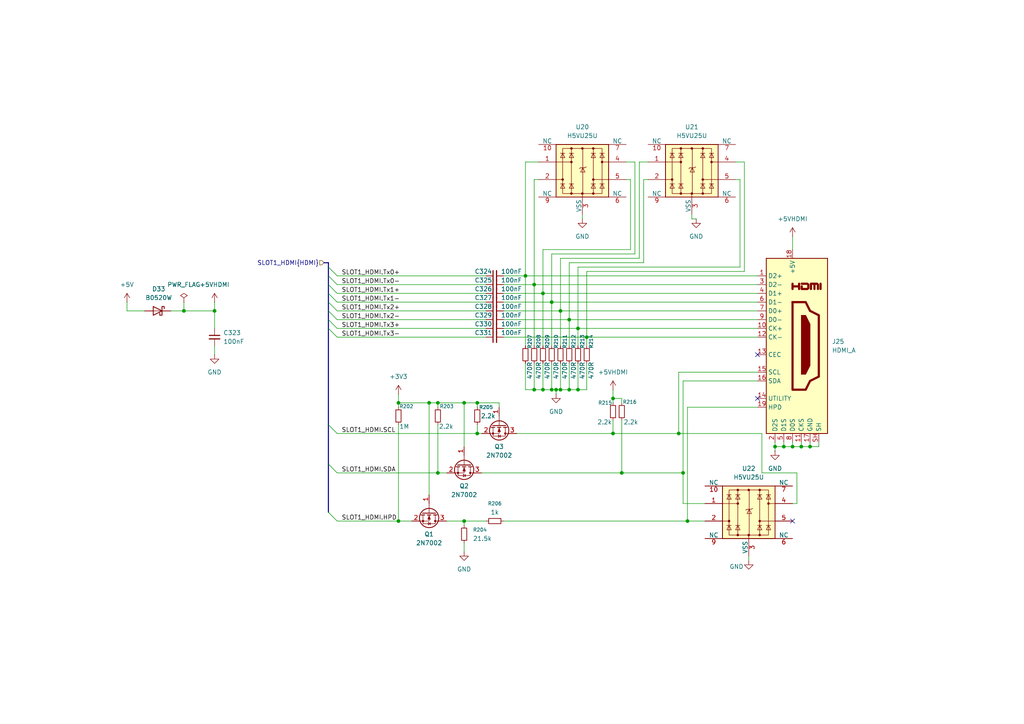
<source format=kicad_sch>
(kicad_sch (version 20250114) (generator "eeschema") (generator_version "9.0")
  (paper "A4")
  (lib_symbols
    (symbol "Connector:HDMI_A"
      (property "Reference" "J" (at -6.35 26.67 0))
      (property "Value" "HDMI_A" (at 10.16 26.67 0))
      (symbol "HDMI_A_0_0"
        (polyline (pts (xy 0 16.51) (xy 0 18.034) (xy 0 17.272) (xy 1.905 17.272) (xy 1.905 18.034) (xy 1.905 16.51)) (stroke (width 0.635)))
        (polyline (pts (xy 2.667 18.034) (xy 4.318 18.034) (xy 4.572 17.78) (xy 4.572 16.764) (xy 4.318 16.51) (xy 2.667 16.51) (xy 2.667 17.272)) (stroke (width 0.635)))
        (polyline (pts (xy 8.128 16.51) (xy 8.128 18.034)) (stroke (width 0.635)))
      )
      (symbol "HDMI_A_0_1"
        (rectangle (start -7.62 25.4) (end 10.16 -25.4) (stroke (width 0.254)) (fill (type background)))
        (polyline (pts (xy 0 12.7) (xy 0 -12.7) (xy 3.81 -12.7) (xy 5.08 -10.16) (xy 7.62 -8.89) (xy 7.62 8.89) (xy 5.08 10.16) (xy 3.81 12.7) (xy 0 12.7)) (stroke (width 0.635)))
        (polyline (pts (xy 2.54 8.89) (xy 3.81 8.89) (xy 5.08 6.35) (xy 5.08 -5.715) (xy 3.81 -8.255) (xy 2.54 -8.255) (xy 2.54 8.89)) (fill (type outline)))
        (polyline (pts (xy 5.334 16.51) (xy 5.334 18.034) (xy 6.35 18.034) (xy 6.35 16.51) (xy 6.35 18.034) (xy 7.112 18.034) (xy 7.366 17.78) (xy 7.366 16.51)) (stroke (width 0.635)))
      )
      (symbol "HDMI_A_1_1"
        (pin passive line (at -10.16 20.32 0) (length 2.54) (name "D2+") (number "1"))
        (pin passive line (at -10.16 17.78 0) (length 2.54) (name "D2-") (number "3"))
        (pin passive line (at -10.16 15.24 0) (length 2.54) (name "D1+") (number "4"))
        (pin passive line (at -10.16 12.7 0) (length 2.54) (name "D1-") (number "6"))
        (pin passive line (at -10.16 10.16 0) (length 2.54) (name "D0+") (number "7"))
        (pin passive line (at -10.16 7.62 0) (length 2.54) (name "D0-") (number "9"))
        (pin passive line (at -10.16 5.08 0) (length 2.54) (name "CK+") (number "10"))
        (pin passive line (at -10.16 2.54 0) (length 2.54) (name "CK-") (number "12"))
        (pin bidirectional line (at -10.16 -2.54 0) (length 2.54) (name "CEC") (number "13"))
        (pin passive line (at -10.16 -7.62 0) (length 2.54) (name "SCL") (number "15"))
        (pin bidirectional line (at -10.16 -10.16 0) (length 2.54) (name "SDA") (number "16"))
        (pin passive line (at -10.16 -15.24 0) (length 2.54) (name "UTILITY") (number "14"))
        (pin passive line (at -10.16 -17.78 0) (length 2.54) (name "HPD") (number "19"))
        (pin power_in line (at -5.08 -27.94 90) (length 2.54) (name "D2S") (number "2"))
        (pin power_in line (at -2.54 -27.94 90) (length 2.54) (name "D1S") (number "5"))
        (pin power_in line (at 0 27.94 270) (length 2.54) (name "+5V") (number "18"))
        (pin power_in line (at 0 -27.94 90) (length 2.54) (name "D0S") (number "8"))
        (pin power_in line (at 2.54 -27.94 90) (length 2.54) (name "CKS") (number "11"))
        (pin power_in line (at 5.08 -27.94 90) (length 2.54) (name "GND") (number "17"))
        (pin passive line (at 7.62 -27.94 90) (length 2.54) (name "SH") (number "SH"))
      )
    )
    (symbol "Device:C_Small" (pin_numbers (hide yes)) (pin_names (offset 0.254) (hide yes))
      (property "Reference" "C" (at 0.254 1.778 0))
      (property "Value" "C_Small" (at 0.254 -2.032 0))
      (symbol "C_Small_0_1"
        (polyline (pts (xy -1.524 0.508) (xy 1.524 0.508)) (stroke (width 0.3048)))
        (polyline (pts (xy -1.524 -0.508) (xy 1.524 -0.508)) (stroke (width 0.3302)))
      )
      (symbol "C_Small_1_1"
        (pin passive line (at 0 2.54 270) (length 2.032) (name "~") (number "1"))
        (pin passive line (at 0 -2.54 90) (length 2.032) (name "~") (number "2"))
      )
    )
    (symbol "Device:D_Schottky" (pin_numbers (hide yes)) (pin_names (offset 1.016) (hide yes))
      (property "Reference" "D" (at 0 2.54 0))
      (property "Value" "D_Schottky" (at 0 -2.54 0))
      (symbol "D_Schottky_0_1"
        (polyline (pts (xy -1.905 0.635) (xy -1.905 1.27) (xy -1.27 1.27) (xy -1.27 -1.27) (xy -0.635 -1.27) (xy -0.635 -0.635)) (stroke (width 0.254)))
        (polyline (pts (xy 1.27 1.27) (xy 1.27 -1.27) (xy -1.27 0) (xy 1.27 1.27)) (stroke (width 0.254)))
        (polyline (pts (xy 1.27 0) (xy -1.27 0)))
      )
      (symbol "D_Schottky_1_1"
        (pin passive line (at -3.81 0 0) (length 2.54) (name "K") (number "1"))
        (pin passive line (at 3.81 0 180) (length 2.54) (name "A") (number "2"))
      )
    )
    (symbol "Device:R_Small" (pin_numbers (hide yes)) (pin_names (offset 0.254) (hide yes))
      (property "Reference" "R" (at 0 0 90))
      (property "Value" "R_Small" (at 1.778 0 90))
      (symbol "R_Small_0_1"
        (rectangle (start -0.762 1.778) (end 0.762 -1.778) (stroke (width 0.2032)))
      )
      (symbol "R_Small_1_1"
        (pin passive line (at 0 2.54 270) (length 0.762) (name "~") (number "1"))
        (pin passive line (at 0 -2.54 90) (length 0.762) (name "~") (number "2"))
      )
    )
    (symbol "Power_Protection:D3V3XA4B10LP" (pin_names (offset 0))
      (property "Reference" "U" (at -0.635 8.89 0))
      (property "Value" "D3V3XA4B10LP" (at 8.89 -10.16 0))
      (symbol "D3V3XA4B10LP_0_0"
        (rectangle (start -5.715 6.477) (end 5.715 -6.604))
        (polyline (pts (xy -3.175 -6.604) (xy -3.175 6.477)))
        (polyline (pts (xy 0.127 6.477) (xy 0.127 -6.604)))
        (polyline (pts (xy 3.175 6.477) (xy 3.175 -6.604)))
      )
      (symbol "D3V3XA4B10LP_0_1"
        (polyline (pts (xy -7.747 2.54) (xy -3.175 2.54)))
        (rectangle (start -7.62 7.62) (end 7.62 -7.62) (stroke (width 0.254)) (fill (type background)))
        (polyline (pts (xy -7.62 -2.54) (xy -5.715 -2.54)))
        (circle (center -5.715 -2.54) (radius 0.2794) (fill (type outline)))
        (polyline (pts (xy -5.08 5.08) (xy -6.35 5.08)))
        (polyline (pts (xy -5.08 3.81) (xy -6.35 3.81) (xy -5.715 5.08) (xy -5.08 3.81)))
        (polyline (pts (xy -5.08 -3.81) (xy -6.35 -3.81)))
        (polyline (pts (xy -5.08 -5.08) (xy -6.35 -5.08) (xy -5.715 -3.81) (xy -5.08 -5.08)))
        (circle (center -3.175 6.477) (radius 0.2794) (fill (type outline)))
        (circle (center -3.175 2.54) (radius 0.2794) (fill (type outline)))
        (circle (center -3.175 -6.604) (radius 0.2794) (fill (type outline)))
        (polyline (pts (xy -2.54 5.08) (xy -3.81 5.08)))
        (polyline (pts (xy -2.54 3.81) (xy -3.81 3.81) (xy -3.175 5.08) (xy -2.54 3.81)))
        (polyline (pts (xy -2.54 -3.81) (xy -3.81 -3.81)))
        (polyline (pts (xy -2.54 -5.08) (xy -3.81 -5.08) (xy -3.175 -3.81) (xy -2.54 -5.08)))
        (polyline (pts (xy -0.508 0.889) (xy -0.889 0.635)))
        (circle (center 0 6.477) (radius 0.2794) (fill (type outline)))
        (polyline (pts (xy 0 -6.604) (xy 0 -7.62)))
        (circle (center 0 -6.604) (radius 0.2794) (fill (type outline)))
        (polyline (pts (xy 0.762 0.889) (xy -0.508 0.889)))
        (polyline (pts (xy 0.762 0.889) (xy 1.143 1.143)))
        (polyline (pts (xy 0.762 -0.381) (xy -0.508 -0.381) (xy 0.127 0.889) (xy 0.762 -0.381)))
        (circle (center 3.175 6.477) (radius 0.2794) (fill (type outline)))
        (circle (center 3.175 -2.54) (radius 0.2794) (fill (type outline)))
        (circle (center 3.175 -6.604) (radius 0.2794) (fill (type outline)))
        (polyline (pts (xy 3.81 5.08) (xy 2.54 5.08)))
        (polyline (pts (xy 3.81 3.81) (xy 2.54 3.81) (xy 3.175 5.08) (xy 3.81 3.81)))
        (polyline (pts (xy 3.81 -3.81) (xy 2.54 -3.81)))
        (polyline (pts (xy 3.81 -5.08) (xy 2.54 -5.08) (xy 3.175 -3.81) (xy 3.81 -5.08)))
        (circle (center 5.715 2.54) (radius 0.2794) (fill (type outline)))
        (polyline (pts (xy 6.35 5.08) (xy 5.08 5.08)))
        (polyline (pts (xy 6.35 3.81) (xy 5.08 3.81) (xy 5.715 5.08) (xy 6.35 3.81)))
        (polyline (pts (xy 6.35 -3.81) (xy 5.08 -3.81)))
        (polyline (pts (xy 6.35 -5.08) (xy 5.08 -5.08) (xy 5.715 -3.81) (xy 6.35 -5.08)))
        (polyline (pts (xy 7.62 2.54) (xy 5.715 2.54)))
        (polyline (pts (xy 7.62 -2.54) (xy 3.175 -2.54)))
      )
      (symbol "D3V3XA4B10LP_1_1"
        (pin free line (at -12.7 7.62 0) (length 5.08) (name "NC") (number "10"))
        (pin passive line (at -12.7 2.54 0) (length 5.08) (name "~") (number "1"))
        (pin passive line (at -12.7 -2.54 0) (length 5.08) (name "~") (number "2"))
        (pin free line (at -12.7 -7.62 0) (length 5.08) (name "NC") (number "9"))
        (pin power_in line (at 0 -12.7 90) (length 5.08) (name "VSS") (number "3"))
        (pin passive line (at 0 -12.7 90) (length 5.08) (hide yes) (name "VSS") (number "8"))
        (pin free line (at 12.7 7.62 180) (length 5.08) (name "NC") (number "7"))
        (pin passive line (at 12.7 2.54 180) (length 5.08) (name "~") (number "4"))
        (pin passive line (at 12.7 -2.54 180) (length 5.08) (name "~") (number "5"))
        (pin free line (at 12.7 -7.62 180) (length 5.08) (name "NC") (number "6"))
      )
    )
    (symbol "Transistor_FET:Q_NMOS_GSD" (pin_names (offset 0) (hide yes))
      (property "Reference" "Q" (at 5.08 1.905 0))
      (property "Value" "Q_NMOS_GSD" (at 5.08 0 0))
      (symbol "Q_NMOS_GSD_0_1"
        (polyline (pts (xy 0.254 1.905) (xy 0.254 -1.905)) (stroke (width 0.254)))
        (polyline (pts (xy 0.254 0) (xy -2.54 0)))
        (polyline (pts (xy 0.762 2.286) (xy 0.762 1.27)) (stroke (width 0.254)))
        (polyline (pts (xy 0.762 0.508) (xy 0.762 -0.508)) (stroke (width 0.254)))
        (polyline (pts (xy 0.762 -1.27) (xy 0.762 -2.286)) (stroke (width 0.254)))
        (polyline (pts (xy 0.762 -1.778) (xy 3.302 -1.778) (xy 3.302 1.778) (xy 0.762 1.778)))
        (polyline (pts (xy 1.016 0) (xy 2.032 0.381) (xy 2.032 -0.381) (xy 1.016 0)) (fill (type outline)))
        (circle (center 1.651 0) (radius 2.794) (stroke (width 0.254)))
        (polyline (pts (xy 2.54 2.54) (xy 2.54 1.778)))
        (circle (center 2.54 1.778) (radius 0.254) (fill (type outline)))
        (circle (center 2.54 -1.778) (radius 0.254) (fill (type outline)))
        (polyline (pts (xy 2.54 -2.54) (xy 2.54 0) (xy 0.762 0)))
        (polyline (pts (xy 2.921 0.381) (xy 3.683 0.381)))
        (polyline (pts (xy 3.302 0.381) (xy 2.921 -0.254) (xy 3.683 -0.254) (xy 3.302 0.381)))
      )
      (symbol "Q_NMOS_GSD_1_1"
        (pin input line (at -5.08 0 0) (length 2.54) (name "G") (number "1"))
        (pin passive line (at 2.54 5.08 270) (length 2.54) (name "D") (number "3"))
        (pin passive line (at 2.54 -5.08 90) (length 2.54) (name "S") (number "2"))
      )
    )
    (symbol "power:+3V3" (power) (pin_numbers (hide yes)) (pin_names (offset 0) (hide yes))
      (property "Value" "+3V3" (at 0 3.556 0))
      (symbol "+3V3_0_1"
        (polyline (pts (xy -0.762 1.27) (xy 0 2.54)))
        (polyline (pts (xy 0 2.54) (xy 0.762 1.27)))
        (polyline (pts (xy 0 0) (xy 0 2.54)))
      )
      (symbol "+3V3_1_1"
        (pin power_in line (at 0 0 90) (length 0) (name "~") (number "1"))
      )
    )
    (symbol "power:+5V" (power) (pin_numbers (hide yes)) (pin_names (offset 0) (hide yes))
      (property "Value" "+5V" (at 0 3.556 0))
      (symbol "+5V_0_1"
        (polyline (pts (xy -0.762 1.27) (xy 0 2.54)))
        (polyline (pts (xy 0 2.54) (xy 0.762 1.27)))
        (polyline (pts (xy 0 0) (xy 0 2.54)))
      )
      (symbol "+5V_1_1"
        (pin power_in line (at 0 0 90) (length 0) (name "~") (number "1"))
      )
    )
    (symbol "power:GND" (power) (pin_numbers (hide yes)) (pin_names (offset 0) (hide yes))
      (property "Value" "GND" (at 0 -3.81 0))
      (symbol "GND_0_1"
        (polyline (pts (xy 0 0) (xy 0 -1.27) (xy 1.27 -1.27) (xy 0 -2.54) (xy -1.27 -1.27) (xy 0 -1.27)))
      )
      (symbol "GND_1_1"
        (pin power_in line (at 0 0 270) (length 0) (name "~") (number "1"))
      )
    )
    (symbol "power:PWR_FLAG" (power) (pin_numbers (hide yes)) (pin_names (offset 0) (hide yes))
      (property "Value" "PWR_FLAG" (at 0 3.81 0))
      (symbol "PWR_FLAG_0_0"
        (pin power_out line (at 0 0 90) (length 0) (name "~") (number "1"))
      )
      (symbol "PWR_FLAG_0_1"
        (polyline (pts (xy 0 0) (xy 0 1.27) (xy -1.016 1.905) (xy 0 2.54) (xy 1.016 1.905) (xy 0 1.27)))
      )
    )
  )
  (bus_alias "PCIE" (members "Tx0+" "Tx0-" "Rx0+" "Rx0-" "Tx1+" "Tx1-" "Rx1+" "Rx1-" "Tx2+" "Tx2-" "Rx2+" "Rx2-" "Tx3+" "Tx3-" "Rx3+" "Rx3-" "REFCLK+" "REFCLK-" "~{WAKE}" "~{PLTRST}" "USB-D+" "USB-D-" "SUSCLK" "SMBDAT" "SMBCLK" "~{ISOLATE}"))
  (junction (at 157.48 113.03))
  (junction (at 160.02 113.03))
  (junction (at 165.1 92.71))
  (junction (at 162.56 113.03))
  (junction (at 165.1 113.03))
  (junction (at 162.56 90.17))
  (junction (at 177.8 115.57))
  (junction (at 127 116.84))
  (junction (at 53.34 90.17))
  (junction (at 62.23 90.17))
  (junction (at 170.18 97.79))
  (junction (at 229.87 129.54))
  (junction (at 234.95 129.54))
  (junction (at 167.64 113.03))
  (junction (at 198.12 137.16))
  (junction (at 127 137.16))
  (junction (at 115.57 116.84))
  (junction (at 134.62 151.13))
  (junction (at 160.02 87.63))
  (junction (at 161.29 113.03))
  (junction (at 232.41 129.54))
  (junction (at 115.57 151.13))
  (junction (at 157.48 85.09))
  (junction (at 154.94 82.55))
  (junction (at 227.33 129.54))
  (junction (at 138.43 116.84))
  (junction (at 167.64 95.25))
  (junction (at 138.43 125.73))
  (junction (at 134.62 116.84))
  (junction (at 180.34 137.16))
  (junction (at 152.4 80.01))
  (junction (at 196.85 125.73))
  (junction (at 177.8 125.73))
  (junction (at 124.46 116.84))
  (junction (at 154.94 113.03))
  (junction (at 224.79 129.54))
  (junction (at 199.39 151.13))
  (no_connect (at 219.71 102.87))
  (no_connect (at 229.87 151.13))
  (no_connect (at 219.71 115.57))
  (bus_entry (at 95.25 87.63) (size 2.54 2.54))
  (bus_entry (at 95.25 148.59) (size 2.54 2.54))
  (bus_entry (at 95.25 82.55) (size 2.54 2.54))
  (bus_entry (at 95.25 134.62) (size 2.54 2.54))
  (bus_entry (at 95.25 92.71) (size 2.54 2.54))
  (bus_entry (at 95.25 123.19) (size 2.54 2.54))
  (bus_entry (at 95.25 90.17) (size 2.54 2.54))
  (bus_entry (at 95.25 80.01) (size 2.54 2.54))
  (bus_entry (at 95.25 95.25) (size 2.54 2.54))
  (bus_entry (at 95.25 85.09) (size 2.54 2.54))
  (bus_entry (at 95.25 77.47) (size 2.54 2.54))
  (wire (pts (xy 165.1 76.2) (xy 165.1 92.71)))
  (wire (pts (xy 198.12 137.16) (xy 198.12 110.49)))
  (wire (pts (xy 200.66 62.23) (xy 200.66 63.5)))
  (wire (pts (xy 97.79 82.55) (xy 140.97 82.55)))
  (wire (pts (xy 196.85 125.73) (xy 196.85 107.95)))
  (wire (pts (xy 177.8 115.57) (xy 180.34 115.57)))
  (wire (pts (xy 162.56 74.93) (xy 162.56 90.17)))
  (wire (pts (xy 185.42 74.93) (xy 162.56 74.93)))
  (wire (pts (xy 224.79 128.27) (xy 224.79 129.54)))
  (wire (pts (xy 165.1 92.71) (xy 165.1 100.33)))
  (wire (pts (xy 115.57 151.13) (xy 119.38 151.13)))
  (wire (pts (xy 152.4 105.41) (xy 152.4 113.03)))
  (wire (pts (xy 129.54 151.13) (xy 134.62 151.13)))
  (wire (pts (xy 146.05 80.01) (xy 152.4 80.01)))
  (wire (pts (xy 62.23 90.17) (xy 62.23 87.63)))
  (wire (pts (xy 214.63 77.47) (xy 167.64 77.47)))
  (wire (pts (xy 200.66 63.5) (xy 201.93 63.5)))
  (wire (pts (xy 97.79 97.79) (xy 140.97 97.79)))
  (wire (pts (xy 182.88 52.07) (xy 182.88 72.39)))
  (bus (pts (xy 95.25 85.09) (xy 95.25 87.63)))
  (wire (pts (xy 167.64 95.25) (xy 219.71 95.25)))
  (wire (pts (xy 217.17 162.56) (xy 217.17 161.29)))
  (wire (pts (xy 220.98 137.16) (xy 231.14 137.16)))
  (wire (pts (xy 229.87 129.54) (xy 232.41 129.54)))
  (wire (pts (xy 180.34 137.16) (xy 198.12 137.16)))
  (bus (pts (xy 95.25 123.19) (xy 95.25 134.62)))
  (wire (pts (xy 229.87 129.54) (xy 229.87 128.27)))
  (wire (pts (xy 187.96 46.99) (xy 185.42 46.99)))
  (wire (pts (xy 198.12 110.49) (xy 219.71 110.49)))
  (wire (pts (xy 146.05 97.79) (xy 170.18 97.79)))
  (wire (pts (xy 177.8 113.03) (xy 177.8 115.57)))
  (wire (pts (xy 160.02 105.41) (xy 160.02 113.03)))
  (wire (pts (xy 165.1 92.71) (xy 219.71 92.71)))
  (wire (pts (xy 154.94 105.41) (xy 154.94 113.03)))
  (wire (pts (xy 181.61 52.07) (xy 182.88 52.07)))
  (wire (pts (xy 180.34 121.92) (xy 180.34 137.16)))
  (wire (pts (xy 170.18 113.03) (xy 167.64 113.03)))
  (wire (pts (xy 177.8 115.57) (xy 177.8 116.84)))
  (wire (pts (xy 97.79 137.16) (xy 127 137.16)))
  (wire (pts (xy 127 123.19) (xy 127 137.16)))
  (wire (pts (xy 196.85 107.95) (xy 219.71 107.95)))
  (wire (pts (xy 115.57 116.84) (xy 115.57 118.11)))
  (wire (pts (xy 165.1 113.03) (xy 162.56 113.03)))
  (wire (pts (xy 157.48 85.09) (xy 219.71 85.09)))
  (bus (pts (xy 93.98 76.2) (xy 95.25 76.2)))
  (wire (pts (xy 134.62 151.13) (xy 134.62 152.4)))
  (wire (pts (xy 182.88 72.39) (xy 157.48 72.39)))
  (wire (pts (xy 139.7 137.16) (xy 180.34 137.16)))
  (wire (pts (xy 180.34 115.57) (xy 180.34 116.84)))
  (wire (pts (xy 213.36 46.99) (xy 215.9 46.99)))
  (wire (pts (xy 146.05 87.63) (xy 160.02 87.63)))
  (bus (pts (xy 95.25 76.2) (xy 95.25 77.47)))
  (wire (pts (xy 152.4 113.03) (xy 154.94 113.03)))
  (wire (pts (xy 231.14 137.16) (xy 231.14 146.05)))
  (bus (pts (xy 95.25 92.71) (xy 95.25 95.25)))
  (wire (pts (xy 162.56 90.17) (xy 162.56 100.33)))
  (wire (pts (xy 198.12 137.16) (xy 198.12 146.05)))
  (wire (pts (xy 160.02 113.03) (xy 161.29 113.03)))
  (wire (pts (xy 134.62 157.48) (xy 134.62 160.02)))
  (wire (pts (xy 196.85 125.73) (xy 220.98 125.73)))
  (wire (pts (xy 160.02 87.63) (xy 160.02 100.33)))
  (wire (pts (xy 134.62 116.84) (xy 134.62 129.54)))
  (wire (pts (xy 152.4 46.99) (xy 152.4 80.01)))
  (wire (pts (xy 215.9 46.99) (xy 215.9 78.74)))
  (wire (pts (xy 199.39 118.11) (xy 219.71 118.11)))
  (wire (pts (xy 229.87 68.58) (xy 229.87 72.39)))
  (wire (pts (xy 184.15 46.99) (xy 184.15 73.66)))
  (wire (pts (xy 177.8 125.73) (xy 196.85 125.73)))
  (wire (pts (xy 157.48 113.03) (xy 160.02 113.03)))
  (wire (pts (xy 185.42 46.99) (xy 185.42 74.93)))
  (wire (pts (xy 53.34 90.17) (xy 62.23 90.17)))
  (wire (pts (xy 162.56 105.41) (xy 162.56 113.03)))
  (wire (pts (xy 184.15 73.66) (xy 160.02 73.66)))
  (wire (pts (xy 227.33 129.54) (xy 227.33 128.27)))
  (wire (pts (xy 199.39 151.13) (xy 199.39 118.11)))
  (wire (pts (xy 138.43 116.84) (xy 144.78 116.84)))
  (wire (pts (xy 134.62 151.13) (xy 140.97 151.13)))
  (wire (pts (xy 186.69 52.07) (xy 186.69 76.2)))
  (wire (pts (xy 170.18 105.41) (xy 170.18 113.03)))
  (wire (pts (xy 146.05 82.55) (xy 154.94 82.55)))
  (wire (pts (xy 124.46 116.84) (xy 127 116.84)))
  (wire (pts (xy 115.57 114.3) (xy 115.57 116.84)))
  (bus (pts (xy 95.25 82.55) (xy 95.25 85.09)))
  (wire (pts (xy 187.96 52.07) (xy 186.69 52.07)))
  (wire (pts (xy 138.43 125.73) (xy 139.7 125.73)))
  (wire (pts (xy 165.1 105.41) (xy 165.1 113.03)))
  (wire (pts (xy 157.48 72.39) (xy 157.48 85.09)))
  (wire (pts (xy 127 116.84) (xy 134.62 116.84)))
  (wire (pts (xy 115.57 123.19) (xy 115.57 151.13)))
  (wire (pts (xy 97.79 90.17) (xy 140.97 90.17)))
  (wire (pts (xy 154.94 113.03) (xy 157.48 113.03)))
  (wire (pts (xy 170.18 97.79) (xy 219.71 97.79)))
  (wire (pts (xy 138.43 116.84) (xy 138.43 118.11)))
  (wire (pts (xy 167.64 95.25) (xy 167.64 100.33)))
  (wire (pts (xy 62.23 100.33) (xy 62.23 102.87)))
  (bus (pts (xy 95.25 77.47) (xy 95.25 80.01)))
  (wire (pts (xy 232.41 129.54) (xy 234.95 129.54)))
  (wire (pts (xy 168.91 62.23) (xy 168.91 63.5)))
  (wire (pts (xy 161.29 113.03) (xy 161.29 114.3)))
  (wire (pts (xy 115.57 116.84) (xy 124.46 116.84)))
  (wire (pts (xy 53.34 87.63) (xy 53.34 90.17)))
  (wire (pts (xy 199.39 151.13) (xy 204.47 151.13)))
  (wire (pts (xy 97.79 85.09) (xy 140.97 85.09)))
  (wire (pts (xy 97.79 92.71) (xy 140.97 92.71)))
  (wire (pts (xy 154.94 52.07) (xy 154.94 82.55)))
  (wire (pts (xy 162.56 113.03) (xy 161.29 113.03)))
  (wire (pts (xy 170.18 78.74) (xy 170.18 97.79)))
  (wire (pts (xy 146.05 95.25) (xy 167.64 95.25)))
  (bus (pts (xy 95.25 95.25) (xy 95.25 123.19)))
  (wire (pts (xy 149.86 125.73) (xy 177.8 125.73)))
  (wire (pts (xy 146.05 90.17) (xy 162.56 90.17)))
  (wire (pts (xy 144.78 116.84) (xy 144.78 118.11)))
  (wire (pts (xy 154.94 82.55) (xy 219.71 82.55)))
  (wire (pts (xy 124.46 116.84) (xy 124.46 143.51)))
  (wire (pts (xy 152.4 80.01) (xy 219.71 80.01)))
  (wire (pts (xy 146.05 85.09) (xy 157.48 85.09)))
  (wire (pts (xy 234.95 129.54) (xy 234.95 128.27)))
  (wire (pts (xy 138.43 123.19) (xy 138.43 125.73)))
  (wire (pts (xy 170.18 97.79) (xy 170.18 100.33)))
  (wire (pts (xy 234.95 129.54) (xy 237.49 129.54)))
  (wire (pts (xy 167.64 113.03) (xy 165.1 113.03)))
  (wire (pts (xy 231.14 146.05) (xy 229.87 146.05)))
  (wire (pts (xy 220.98 125.73) (xy 220.98 137.16)))
  (wire (pts (xy 157.48 85.09) (xy 157.48 100.33)))
  (wire (pts (xy 97.79 80.01) (xy 140.97 80.01)))
  (wire (pts (xy 62.23 90.17) (xy 62.23 95.25)))
  (wire (pts (xy 97.79 125.73) (xy 138.43 125.73)))
  (wire (pts (xy 162.56 90.17) (xy 219.71 90.17)))
  (wire (pts (xy 224.79 129.54) (xy 227.33 129.54)))
  (wire (pts (xy 157.48 105.41) (xy 157.48 113.03)))
  (wire (pts (xy 227.33 129.54) (xy 229.87 129.54)))
  (wire (pts (xy 160.02 87.63) (xy 219.71 87.63)))
  (wire (pts (xy 146.05 151.13) (xy 199.39 151.13)))
  (wire (pts (xy 156.21 52.07) (xy 154.94 52.07)))
  (wire (pts (xy 224.79 129.54) (xy 224.79 130.81)))
  (wire (pts (xy 127 137.16) (xy 129.54 137.16)))
  (bus (pts (xy 95.25 80.01) (xy 95.25 82.55)))
  (wire (pts (xy 156.21 46.99) (xy 152.4 46.99)))
  (wire (pts (xy 97.79 87.63) (xy 140.97 87.63)))
  (wire (pts (xy 181.61 46.99) (xy 184.15 46.99)))
  (wire (pts (xy 127 116.84) (xy 127 118.11)))
  (bus (pts (xy 95.25 134.62) (xy 95.25 148.59)))
  (wire (pts (xy 214.63 52.07) (xy 214.63 77.47)))
  (wire (pts (xy 152.4 80.01) (xy 152.4 100.33)))
  (wire (pts (xy 146.05 92.71) (xy 165.1 92.71)))
  (wire (pts (xy 198.12 146.05) (xy 204.47 146.05)))
  (wire (pts (xy 232.41 129.54) (xy 232.41 128.27)))
  (wire (pts (xy 177.8 121.92) (xy 177.8 125.73)))
  (wire (pts (xy 167.64 105.41) (xy 167.64 113.03)))
  (wire (pts (xy 97.79 95.25) (xy 140.97 95.25)))
  (wire (pts (xy 167.64 77.47) (xy 167.64 95.25)))
  (wire (pts (xy 49.53 90.17) (xy 53.34 90.17)))
  (wire (pts (xy 213.36 52.07) (xy 214.63 52.07)))
  (wire (pts (xy 186.69 76.2) (xy 165.1 76.2)))
  (wire (pts (xy 237.49 129.54) (xy 237.49 128.27)))
  (wire (pts (xy 215.9 78.74) (xy 170.18 78.74)))
  (wire (pts (xy 97.79 151.13) (xy 115.57 151.13)))
  (wire (pts (xy 160.02 73.66) (xy 160.02 87.63)))
  (bus (pts (xy 95.25 90.17) (xy 95.25 92.71)))
  (wire (pts (xy 134.62 116.84) (xy 138.43 116.84)))
  (wire (pts (xy 154.94 82.55) (xy 154.94 100.33)))
  (wire (pts (xy 36.83 90.17) (xy 41.91 90.17)))
  (wire (pts (xy 36.83 87.63) (xy 36.83 90.17)))
  (bus (pts (xy 95.25 87.63) (xy 95.25 90.17)))
  (label "SLOT1_HDMI.Tx1-" (at 99.06 87.63 0))
  (label "SLOT1_HDMI.Tx3+" (at 99.06 95.25 0))
  (label "SLOT1_HDMI.Tx0+" (at 99.06 80.01 0))
  (label "SLOT1_HDMI.SDA" (at 99.06 137.16 0))
  (label "SLOT1_HDMI.Tx2-" (at 99.06 92.71 0))
  (label "SLOT1_HDMI.Tx1+" (at 99.06 85.09 0))
  (label "SLOT1_HDMI.Tx0-" (at 99.06 82.55 0))
  (label "SLOT1_HDMI.Tx3-" (at 99.06 97.79 0))
  (label "SLOT1_HDMI.HPD" (at 99.06 151.13 0))
  (label "SLOT1_HDMI.SCL" (at 99.06 125.73 0))
  (label "SLOT1_HDMI.Tx2+" (at 99.06 90.17 0))
  (hierarchical_label "SLOT1_HDMI{HDMI}" (shape input) (at 93.98 76.2 180))
  (symbol (lib_id "Device:R_Small") (at 160.02 102.87 0) (unit 1)
    (property "Reference" "R210" (at 161.29 101.092 90) (effects (font (size 1.016 1.016)) (justify left)))
    (property "Value" "470R" (at 161.29 104.902 90) (effects (justify right)))
    (property "Description" "Resistor, small symbol" (effects (hide yes)))
  )
  (symbol (lib_id "Transistor_FET:Q_NMOS_GSD") (at 134.62 134.62 270) (unit 1)
    (property "Reference" "Q2" (at 134.62 140.97 90))
    (property "Value" "2N7002" (at 134.62 143.51 90))
    (property "Description" "N-MOSFET transistor, gate/source/drain" (effects (hide yes)))
  )
  (symbol (lib_id "Device:R_Small") (at 143.51 151.13 90) (unit 1)
    (property "Reference" "R206" (at 143.51 146.05 90) (effects (font (size 1.016 1.016))))
    (property "Value" "1k" (at 143.51 148.59 90))
    (property "Description" "Resistor, small symbol" (effects (hide yes)))
  )
  (symbol (lib_id "Device:C_Small") (at 143.51 85.09 90) (unit 1)
    (property "Reference" "C326" (at 140.208 83.82 90))
    (property "Value" "100nF" (at 148.336 83.82 90))
    (property "Footprint" "Capacitor_SMD:C_0402_1005Metric" (effects (hide yes)))
    (property "Description" "Unpolarized capacitor, small symbol" (effects (hide yes)))
  )
  (symbol (lib_id "Device:R_Small") (at 115.57 120.65 0) (unit 1)
    (property "Reference" "R202" (at 115.824 117.856 0) (effects (font (size 1.016 1.016)) (justify left)))
    (property "Value" "1M" (at 115.824 123.698 0) (effects (justify left)))
    (property "Description" "Resistor, small symbol" (effects (hide yes)))
  )
  (symbol (lib_id "Connector:HDMI_A") (at 229.87 100.33 0) (unit 1)
    (property "Reference" "J25" (at 241.3 99.0599 0) (effects (justify left)))
    (property "Value" "HDMI_A" (at 241.3 101.5999 0) (effects (justify left)))
    (property "Datasheet" "https://en.wikipedia.org/wiki/HDMI" (effects (hide yes)))
    (property "Description" "HDMI type A connector" (effects (hide yes)))
  )
  (symbol (lib_id "power:+3V3") (at 115.57 114.3 0) (unit 1)
    (property "Reference" "#PWR0288" (effects (hide yes)))
    (property "Value" "+3V3" (at 115.57 109.22 0))
    (property "Description" "Power symbol creates a global label with name \"+3V3\"" (effects (hide yes)))
  )
  (symbol (lib_id "Device:C_Small") (at 143.51 80.01 90) (unit 1)
    (property "Reference" "C324" (at 140.208 78.74 90))
    (property "Value" "100nF" (at 148.336 78.74 90))
    (property "Footprint" "Capacitor_SMD:C_0402_1005Metric" (effects (hide yes)))
    (property "Description" "Unpolarized capacitor, small symbol" (effects (hide yes)))
  )
  (symbol (lib_id "Device:R_Small") (at 138.43 120.65 0) (mirror y) (unit 1)
    (property "Reference" "R205" (at 138.938 118.11 0) (effects (font (size 1.016 1.016)) (justify right)))
    (property "Value" "2.2k" (at 139.446 120.65 0) (effects (justify right)))
    (property "Description" "Resistor, small symbol" (effects (hide yes)))
  )
  (symbol (lib_id "Device:D_Schottky") (at 45.72 90.17 0) (mirror y) (unit 1)
    (property "Reference" "D33" (at 46.0375 83.82 0))
    (property "Value" "B0520W" (at 46.0375 86.36 0))
    (property "Description" "Schottky diode" (effects (hide yes)))
  )
  (symbol (lib_id "Device:C_Small") (at 143.51 90.17 90) (unit 1)
    (property "Reference" "C328" (at 140.208 88.9 90))
    (property "Value" "100nF" (at 148.336 88.9 90))
    (property "Footprint" "Capacitor_SMD:C_0402_1005Metric" (effects (hide yes)))
    (property "Description" "Unpolarized capacitor, small symbol" (effects (hide yes)))
  )
  (symbol (lib_id "Device:C_Small") (at 143.51 82.55 90) (unit 1)
    (property "Reference" "C325" (at 140.208 81.28 90))
    (property "Value" "100nF" (at 148.336 81.28 90))
    (property "Footprint" "Capacitor_SMD:C_0402_1005Metric" (effects (hide yes)))
    (property "Description" "Unpolarized capacitor, small symbol" (effects (hide yes)))
  )
  (symbol (lib_id "Device:C_Small") (at 143.51 87.63 90) (unit 1)
    (property "Reference" "C327" (at 140.208 86.36 90))
    (property "Value" "100nF" (at 148.336 86.36 90))
    (property "Footprint" "Capacitor_SMD:C_0402_1005Metric" (effects (hide yes)))
    (property "Description" "Unpolarized capacitor, small symbol" (effects (hide yes)))
  )
  (symbol (lib_id "power:+5V") (at 229.87 68.58 0) (unit 1)
    (property "Reference" "#PWR0293" (effects (hide yes)))
    (property "Value" "+5VHDMI" (at 229.87 63.5 0))
    (property "Description" "Power symbol creates a global label with name \"+5V\"" (effects (hide yes)))
  )
  (symbol (lib_id "power:PWR_FLAG") (at 53.34 87.63 0) (unit 1)
    (property "Reference" "#FLG015" (effects (hide yes)))
    (property "Value" "PWR_FLAG" (at 53.34 82.55 0))
    (property "Description" "Special symbol for telling ERC where power comes from" (effects (hide yes)))
  )
  (symbol (lib_id "Transistor_FET:Q_NMOS_GSD") (at 144.78 123.19 270) (unit 1)
    (property "Reference" "Q3" (at 144.78 129.54 90))
    (property "Value" "2N7002" (at 144.78 132.08 90))
    (property "Description" "N-MOSFET transistor, gate/source/drain" (effects (hide yes)))
  )
  (symbol (lib_id "power:+5V") (at 177.8 113.03 0) (unit 1)
    (property "Reference" "#PWR0291" (effects (hide yes)))
    (property "Value" "+5VHDMI" (at 177.8 107.95 0))
    (property "Description" "Power symbol creates a global label with name \"+5V\"" (effects (hide yes)))
  )
  (symbol (lib_id "power:GND") (at 201.93 63.5 0) (unit 1)
    (property "Reference" "#PWR0317" (effects (hide yes)))
    (property "Value" "GND" (at 201.93 68.58 0))
    (property "Description" "Power symbol creates a global label with name \"GND\" , ground" (effects (hide yes)))
  )
  (symbol (lib_id "Device:R_Small") (at 162.56 102.87 0) (unit 1)
    (property "Reference" "R211" (at 163.83 101.092 90) (effects (font (size 1.016 1.016)) (justify left)))
    (property "Value" "470R" (at 163.83 104.902 90) (effects (justify right)))
    (property "Description" "Resistor, small symbol" (effects (hide yes)))
  )
  (symbol (lib_id "Device:R_Small") (at 152.4 102.87 0) (unit 1)
    (property "Reference" "R207" (at 153.67 101.092 90) (effects (font (size 1.016 1.016)) (justify left)))
    (property "Value" "470R" (at 153.67 104.902 90) (effects (justify right)))
    (property "Description" "Resistor, small symbol" (effects (hide yes)))
  )
  (symbol (lib_id "Device:R_Small") (at 170.18 102.87 0) (unit 1)
    (property "Reference" "R214" (at 171.45 101.092 90) (effects (font (size 1.016 1.016)) (justify left)))
    (property "Value" "470R" (at 171.45 104.902 90) (effects (justify right)))
    (property "Description" "Resistor, small symbol" (effects (hide yes)))
  )
  (symbol (lib_id "Device:R_Small") (at 134.62 154.94 0) (unit 1)
    (property "Reference" "R204" (at 137.16 153.6699 0) (effects (font (size 1.016 1.016)) (justify left)))
    (property "Value" "21.5k" (at 137.16 156.2099 0) (effects (justify left)))
    (property "Description" "Resistor, small symbol" (effects (hide yes)))
  )
  (symbol (lib_id "power:GND") (at 161.29 114.3 0) (unit 1)
    (property "Reference" "#PWR0290" (effects (hide yes)))
    (property "Value" "GND" (at 161.29 119.38 0))
    (property "Description" "Power symbol creates a global label with name \"GND\" , ground" (effects (hide yes)))
  )
  (symbol (lib_id "Transistor_FET:Q_NMOS_GSD") (at 124.46 148.59 270) (unit 1)
    (property "Reference" "Q1" (at 124.46 154.94 90))
    (property "Value" "2N7002" (at 124.46 157.48 90))
    (property "Description" "N-MOSFET transistor, gate/source/drain" (effects (hide yes)))
  )
  (symbol (lib_id "Power_Protection:D3V3XA4B10LP") (at 217.17 148.59 0) (unit 1)
    (property "Reference" "U22" (at 217.17 135.89 0))
    (property "Value" "H5VU25U" (at 217.17 138.43 0))
    (property "Footprint" "Package_DFN_QFN:Diodes_UDFN-10_1.0x2.5mm_P0.5mm" (effects (hide yes)))
    (property "Datasheet" "https://www.diodes.com/assets/Datasheets/D3V3XA4B10LP.pdf" (effects (hide yes)))
    (property "Description" "4-Channel Low Capacitance TVS Diode Array, DFN-10" (effects (hide yes)))
  )
  (symbol (lib_id "Device:C_Small") (at 62.23 97.79 0) (unit 1)
    (property "Reference" "C323" (at 64.77 96.5262 0) (effects (justify left)))
    (property "Value" "100nF" (at 64.77 99.0662 0) (effects (justify left)))
    (property "Footprint" "Capacitor_SMD:C_0402_1005Metric" (effects (hide yes)))
    (property "Description" "Unpolarized capacitor, small symbol" (effects (hide yes)))
  )
  (symbol (lib_id "Power_Protection:D3V3XA4B10LP") (at 168.91 49.53 0) (unit 1)
    (property "Reference" "U20" (at 168.91 36.83 0))
    (property "Value" "H5VU25U" (at 168.91 39.37 0))
    (property "Footprint" "Package_DFN_QFN:Diodes_UDFN-10_1.0x2.5mm_P0.5mm" (effects (hide yes)))
    (property "Datasheet" "https://www.diodes.com/assets/Datasheets/D3V3XA4B10LP.pdf" (effects (hide yes)))
    (property "Description" "4-Channel Low Capacitance TVS Diode Array, DFN-10" (effects (hide yes)))
  )
  (symbol (lib_id "Device:R_Small") (at 167.64 102.87 0) (unit 1)
    (property "Reference" "R213" (at 168.91 101.092 90) (effects (font (size 1.016 1.016)) (justify left)))
    (property "Value" "470R" (at 168.91 104.902 90) (effects (justify right)))
    (property "Description" "Resistor, small symbol" (effects (hide yes)))
  )
  (symbol (lib_id "Device:R_Small") (at 154.94 102.87 0) (unit 1)
    (property "Reference" "R208" (at 156.21 101.092 90) (effects (font (size 1.016 1.016)) (justify left)))
    (property "Value" "470R" (at 156.21 104.902 90) (effects (justify right)))
    (property "Description" "Resistor, small symbol" (effects (hide yes)))
  )
  (symbol (lib_id "Power_Protection:D3V3XA4B10LP") (at 200.66 49.53 0) (unit 1)
    (property "Reference" "U21" (at 200.66 36.83 0))
    (property "Value" "H5VU25U" (at 200.66 39.37 0))
    (property "Footprint" "Package_DFN_QFN:Diodes_UDFN-10_1.0x2.5mm_P0.5mm" (effects (hide yes)))
    (property "Datasheet" "https://www.diodes.com/assets/Datasheets/D3V3XA4B10LP.pdf" (effects (hide yes)))
    (property "Description" "4-Channel Low Capacitance TVS Diode Array, DFN-10" (effects (hide yes)))
  )
  (symbol (lib_id "Device:C_Small") (at 143.51 92.71 90) (unit 1)
    (property "Reference" "C329" (at 140.208 91.44 90))
    (property "Value" "100nF" (at 148.336 91.44 90))
    (property "Footprint" "Capacitor_SMD:C_0402_1005Metric" (effects (hide yes)))
    (property "Description" "Unpolarized capacitor, small symbol" (effects (hide yes)))
  )
  (symbol (lib_id "power:GND") (at 217.17 162.56 0) (unit 1)
    (property "Reference" "#PWR0318" (effects (hide yes)))
    (property "Value" "GND" (at 213.614 164.338 0))
    (property "Description" "Power symbol creates a global label with name \"GND\" , ground" (effects (hide yes)))
  )
  (symbol (lib_id "power:GND") (at 134.62 160.02 0) (unit 1)
    (property "Reference" "#PWR0289" (effects (hide yes)))
    (property "Value" "GND" (at 134.62 165.1 0))
    (property "Description" "Power symbol creates a global label with name \"GND\" , ground" (effects (hide yes)))
  )
  (symbol (lib_id "Device:R_Small") (at 157.48 102.87 0) (unit 1)
    (property "Reference" "R209" (at 158.75 101.092 90) (effects (font (size 1.016 1.016)) (justify left)))
    (property "Value" "470R" (at 158.75 104.902 90) (effects (justify right)))
    (property "Description" "Resistor, small symbol" (effects (hide yes)))
  )
  (symbol (lib_id "power:GND") (at 62.23 102.87 0) (unit 1)
    (property "Reference" "#PWR0287" (effects (hide yes)))
    (property "Value" "GND" (at 62.23 107.95 0))
    (property "Description" "Power symbol creates a global label with name \"GND\" , ground" (effects (hide yes)))
  )
  (symbol (lib_id "Device:C_Small") (at 143.51 95.25 90) (unit 1)
    (property "Reference" "C330" (at 140.208 93.98 90))
    (property "Value" "100nF" (at 148.336 93.98 90))
    (property "Footprint" "Capacitor_SMD:C_0402_1005Metric" (effects (hide yes)))
    (property "Description" "Unpolarized capacitor, small symbol" (effects (hide yes)))
  )
  (symbol (lib_id "power:GND") (at 224.79 130.81 0) (unit 1)
    (property "Reference" "#PWR0292" (effects (hide yes)))
    (property "Value" "GND" (at 224.79 135.89 0))
    (property "Description" "Power symbol creates a global label with name \"GND\" , ground" (effects (hide yes)))
  )
  (symbol (lib_id "power:GND") (at 168.91 63.5 0) (unit 1)
    (property "Reference" "#PWR0316" (effects (hide yes)))
    (property "Value" "GND" (at 168.91 68.58 0))
    (property "Description" "Power symbol creates a global label with name \"GND\" , ground" (effects (hide yes)))
  )
  (symbol (lib_id "power:+5V") (at 62.23 87.63 0) (unit 1)
    (property "Reference" "#PWR0286" (effects (hide yes)))
    (property "Value" "+5VHDMI" (at 62.23 82.55 0))
    (property "Description" "Power symbol creates a global label with name \"+5V\"" (effects (hide yes)))
  )
  (symbol (lib_id "power:+5V") (at 36.83 87.63 0) (unit 1)
    (property "Reference" "#PWR0285" (effects (hide yes)))
    (property "Value" "+5V" (at 36.83 82.55 0))
    (property "Description" "Power symbol creates a global label with name \"+5V\"" (effects (hide yes)))
  )
  (symbol (lib_id "Device:R_Small") (at 127 120.65 0) (unit 1)
    (property "Reference" "R203" (at 127.508 117.856 0) (effects (font (size 1.016 1.016)) (justify left)))
    (property "Value" "2.2k" (at 127.254 123.698 0) (effects (justify left)))
    (property "Description" "Resistor, small symbol" (effects (hide yes)))
  )
  (symbol (lib_id "Device:R_Small") (at 177.8 119.38 0) (unit 1)
    (property "Reference" "R215" (at 173.482 116.84 0) (effects (font (size 1.016 1.016)) (justify left)))
    (property "Value" "2.2k" (at 173.228 122.428 0) (effects (justify left)))
    (property "Description" "Resistor, small symbol" (effects (hide yes)))
  )
  (symbol (lib_id "Device:R_Small") (at 180.34 119.38 0) (unit 1)
    (property "Reference" "R216" (at 180.594 116.586 0) (effects (font (size 1.016 1.016)) (justify left)))
    (property "Value" "2.2k" (at 180.848 122.428 0) (effects (justify left)))
    (property "Description" "Resistor, small symbol" (effects (hide yes)))
  )
  (symbol (lib_id "Device:R_Small") (at 165.1 102.87 0) (unit 1)
    (property "Reference" "R212" (at 166.37 101.092 90) (effects (font (size 1.016 1.016)) (justify left)))
    (property "Value" "470R" (at 166.37 104.902 90) (effects (justify right)))
    (property "Description" "Resistor, small symbol" (effects (hide yes)))
  )
  (symbol (lib_id "Device:C_Small") (at 143.51 97.79 90) (unit 1)
    (property "Reference" "C331" (at 140.208 96.52 90))
    (property "Value" "100nF" (at 148.336 96.52 90))
    (property "Footprint" "Capacitor_SMD:C_0402_1005Metric" (effects (hide yes)))
    (property "Description" "Unpolarized capacitor, small symbol" (effects (hide yes)))
  )
)
</source>
